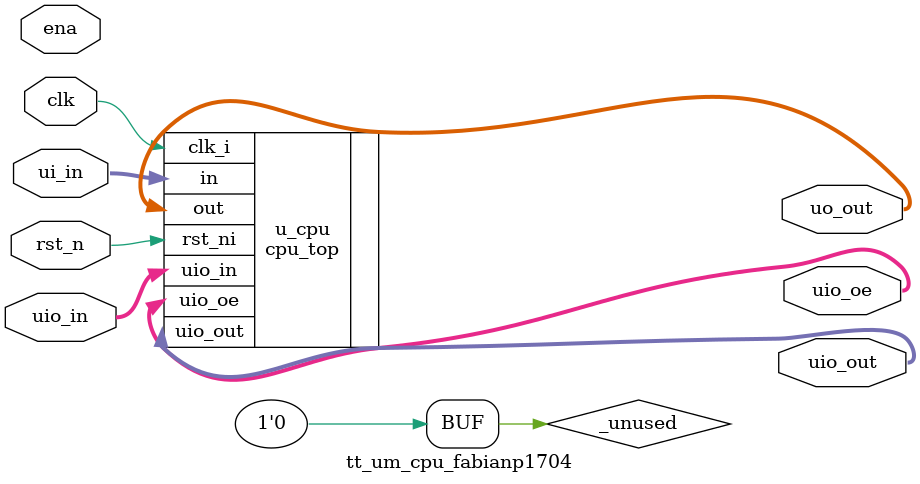
<source format=v>
/*
 * Copyright (c) 2024 Fabian Pöll
 * SPDX-License-Identifier: Apache-2.0
 */

`default_nettype none

module tt_um_cpu_fabianp1704 (
    input  wire [7:0] ui_in,    // Dedicated inputs
    output wire [7:0] uo_out,   // Dedicated outputs
    input  wire [7:0] uio_in,   // IOs: Input path
    output wire [7:0] uio_out,  // IOs: Output path
    output wire [7:0] uio_oe,   // IOs: Enable path (active high: 0=input, 1=output)
    input  wire       ena,      // always 1 when the design is powered, so you can ignore it
    input  wire       clk,      // clock
    input  wire       rst_n     // reset_n - low to reset
);

  // instantiate the cpu
  cpu_top u_cpu (
        .in       (ui_in), // external control input
        .out      (uo_out), // 8-bit CPU output (mux_out)
        .uio_in   (uio_in), // bidirectional IO in (not in use)
        .uio_out  (uio_out), // status outputs (C,Z,V,N)
        .uio_oe   (uio_oe), // direction (low 4 bits output)
        .clk_i    (clk), 
        .rst_ni   (rst_n) 
    );

  // List all unused inputs to prevent warnings
  wire _unused = &{ena, uio_in, ui_in[7:6], 1'b0};

endmodule

</source>
